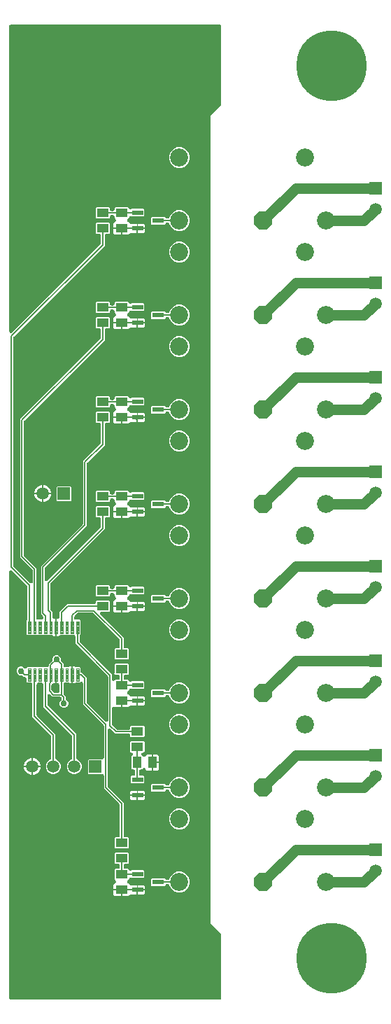
<source format=gtl>
G04 EAGLE Gerber RS-274X export*
G75*
%MOMM*%
%FSLAX34Y34*%
%LPD*%
%INTop Copper*%
%IPPOS*%
%AMOC8*
5,1,8,0,0,1.08239X$1,22.5*%
G01*
G04 Define Apertures*
%ADD10R,1.500000X1.500000*%
%ADD11C,1.500000*%
%ADD12R,1.350000X0.620000*%
%ADD13R,1.420200X1.031200*%
%ADD14C,2.184400*%
%ADD15P,2.36437X8X22.5*%
%ADD16R,1.031200X1.420200*%
%ADD17C,0.102500*%
%ADD18C,8.500000*%
%ADD19C,0.756400*%
%ADD20C,0.152400*%
%ADD21C,0.203200*%
%ADD22C,1.270000*%
G36*
X265461Y10321D02*
X266128Y10778D01*
X266563Y11460D01*
X266700Y12192D01*
X266700Y88058D01*
X266539Y88851D01*
X266105Y89495D01*
X254068Y101532D01*
X254010Y101602D01*
X254010Y101603D01*
X254000Y101701D01*
X254000Y1079403D01*
X254009Y1079494D01*
X254009Y1079495D01*
X254071Y1079571D01*
X266105Y1091605D01*
X266551Y1092279D01*
X266700Y1093042D01*
X266700Y1187808D01*
X266539Y1188601D01*
X266082Y1189268D01*
X265401Y1189703D01*
X264668Y1189840D01*
X12192Y1189840D01*
X11399Y1189679D01*
X10732Y1189222D01*
X10297Y1188541D01*
X10160Y1187808D01*
X10160Y818399D01*
X10321Y817606D01*
X10778Y816939D01*
X11460Y816503D01*
X12257Y816368D01*
X13044Y816554D01*
X13629Y816962D01*
X120309Y923642D01*
X120755Y924316D01*
X120904Y925079D01*
X120904Y934593D01*
X120743Y935386D01*
X120286Y936053D01*
X119605Y936488D01*
X118872Y936625D01*
X115458Y936625D01*
X114565Y937518D01*
X114565Y949092D01*
X115458Y949985D01*
X130922Y949985D01*
X131815Y949092D01*
X131815Y937518D01*
X130922Y936625D01*
X127508Y936625D01*
X126715Y936464D01*
X126048Y936007D01*
X125613Y935326D01*
X125476Y934593D01*
X125476Y922343D01*
X15581Y812448D01*
X15135Y811774D01*
X14986Y811011D01*
X14986Y535189D01*
X15147Y534396D01*
X15581Y533752D01*
X34995Y514338D01*
X35669Y513891D01*
X36464Y513743D01*
X37254Y513916D01*
X37914Y514384D01*
X38339Y515072D01*
X38464Y515775D01*
X38464Y528961D01*
X38303Y529754D01*
X37869Y530398D01*
X23114Y545153D01*
X23114Y712147D01*
X120309Y809342D01*
X120755Y810016D01*
X120904Y810779D01*
X120904Y820293D01*
X120743Y821086D01*
X120286Y821753D01*
X119605Y822188D01*
X118872Y822325D01*
X115458Y822325D01*
X114565Y823218D01*
X114565Y834792D01*
X115458Y835685D01*
X130922Y835685D01*
X131815Y834792D01*
X131815Y823218D01*
X130922Y822325D01*
X127508Y822325D01*
X126715Y822164D01*
X126048Y821707D01*
X125613Y821026D01*
X125476Y820293D01*
X125476Y808043D01*
X28281Y710848D01*
X27835Y710174D01*
X27686Y709411D01*
X27686Y547889D01*
X27847Y547096D01*
X28281Y546452D01*
X43036Y531697D01*
X43036Y471906D01*
X43197Y471113D01*
X43654Y470446D01*
X44336Y470011D01*
X45068Y469874D01*
X49432Y469874D01*
X50225Y470035D01*
X50892Y470492D01*
X51327Y471174D01*
X51464Y471906D01*
X51464Y472781D01*
X51303Y473574D01*
X50869Y474218D01*
X48514Y476573D01*
X48514Y534347D01*
X98719Y584552D01*
X99165Y585226D01*
X99314Y585989D01*
X99314Y661347D01*
X120309Y682342D01*
X120755Y683016D01*
X120904Y683779D01*
X120904Y705993D01*
X120743Y706786D01*
X120286Y707453D01*
X119605Y707888D01*
X118872Y708025D01*
X115458Y708025D01*
X114565Y708918D01*
X114565Y720492D01*
X115458Y721385D01*
X130922Y721385D01*
X131815Y720492D01*
X131815Y708918D01*
X130922Y708025D01*
X127508Y708025D01*
X126715Y707864D01*
X126048Y707407D01*
X125613Y706726D01*
X125476Y705993D01*
X125476Y681043D01*
X104481Y660048D01*
X104035Y659374D01*
X103886Y658611D01*
X103886Y583253D01*
X53681Y533048D01*
X53235Y532374D01*
X53086Y531611D01*
X53086Y518425D01*
X53247Y517632D01*
X53704Y516965D01*
X54386Y516529D01*
X55183Y516394D01*
X55970Y516580D01*
X56555Y516988D01*
X120309Y580742D01*
X120755Y581416D01*
X120904Y582179D01*
X120904Y591693D01*
X120743Y592486D01*
X120286Y593153D01*
X119605Y593588D01*
X118872Y593725D01*
X115458Y593725D01*
X114565Y594618D01*
X114565Y606192D01*
X115458Y607085D01*
X130922Y607085D01*
X131815Y606192D01*
X131815Y594618D01*
X130922Y593725D01*
X127508Y593725D01*
X126715Y593564D01*
X126048Y593107D01*
X125613Y592426D01*
X125476Y591693D01*
X125476Y579443D01*
X60031Y513998D01*
X59585Y513324D01*
X59436Y512561D01*
X59436Y483119D01*
X59597Y482326D01*
X60031Y481682D01*
X62536Y479177D01*
X62536Y472922D01*
X62697Y472129D01*
X63154Y471462D01*
X63836Y471027D01*
X64568Y470890D01*
X65988Y470890D01*
X65988Y450110D01*
X63948Y450110D01*
X63527Y450531D01*
X62853Y450977D01*
X62090Y451126D01*
X57113Y451126D01*
X56968Y451153D01*
X56845Y451126D01*
X50613Y451126D01*
X50468Y451153D01*
X50345Y451126D01*
X44113Y451126D01*
X43968Y451153D01*
X43845Y451126D01*
X37613Y451126D01*
X37468Y451153D01*
X37345Y451126D01*
X31869Y451126D01*
X30676Y452319D01*
X30676Y468681D01*
X31369Y469374D01*
X31815Y470048D01*
X31964Y470811D01*
X31964Y480373D01*
X32004Y480579D01*
X32004Y510021D01*
X31843Y510814D01*
X31409Y511458D01*
X13629Y529238D01*
X12955Y529685D01*
X12160Y529833D01*
X11370Y529660D01*
X10710Y529192D01*
X10285Y528504D01*
X10160Y527801D01*
X10160Y12192D01*
X10321Y11399D01*
X10778Y10732D01*
X11460Y10297D01*
X12192Y10160D01*
X264668Y10160D01*
X265461Y10321D01*
G37*
%LPC*%
G36*
X56556Y1113840D02*
X49903Y1115623D01*
X43937Y1119067D01*
X39067Y1123937D01*
X35623Y1129903D01*
X33840Y1136556D01*
X33840Y1143444D01*
X35623Y1150097D01*
X39067Y1156063D01*
X43937Y1160933D01*
X49903Y1164377D01*
X56556Y1166160D01*
X63444Y1166160D01*
X70097Y1164377D01*
X76063Y1160933D01*
X80933Y1156063D01*
X84377Y1150097D01*
X86160Y1143444D01*
X86160Y1136556D01*
X84377Y1129903D01*
X80933Y1123937D01*
X76063Y1119067D01*
X70097Y1115623D01*
X63444Y1113840D01*
X56556Y1113840D01*
G37*
G36*
X213424Y1016254D02*
X208850Y1018149D01*
X205349Y1021650D01*
X203454Y1026224D01*
X203454Y1031176D01*
X205349Y1035750D01*
X208850Y1039251D01*
X213424Y1041146D01*
X218376Y1041146D01*
X222950Y1039251D01*
X226451Y1035750D01*
X228346Y1031176D01*
X228346Y1026224D01*
X226451Y1021650D01*
X222950Y1018149D01*
X218376Y1016254D01*
X213424Y1016254D01*
G37*
G36*
X146812Y935609D02*
X146812Y944067D01*
X136409Y944067D01*
X136409Y949513D01*
X138017Y951121D01*
X138219Y951162D01*
X138886Y951619D01*
X139321Y952301D01*
X139457Y953098D01*
X139271Y953885D01*
X138863Y954470D01*
X137425Y955908D01*
X137425Y957377D01*
X137264Y958170D01*
X136807Y958837D01*
X136126Y959272D01*
X135393Y959409D01*
X133847Y959409D01*
X133054Y959248D01*
X132387Y958791D01*
X131952Y958110D01*
X131815Y957377D01*
X131815Y955908D01*
X130922Y955015D01*
X115458Y955015D01*
X114565Y955908D01*
X114565Y967482D01*
X115458Y968375D01*
X130922Y968375D01*
X131815Y967482D01*
X131815Y966013D01*
X131976Y965220D01*
X132433Y964553D01*
X133115Y964118D01*
X133847Y963981D01*
X135393Y963981D01*
X136186Y964142D01*
X136853Y964599D01*
X137288Y965281D01*
X137425Y966013D01*
X137425Y967482D01*
X138318Y968375D01*
X153782Y968375D01*
X155270Y966887D01*
X155273Y966890D01*
X155293Y966860D01*
X155975Y966425D01*
X156772Y966289D01*
X157559Y966475D01*
X157772Y966624D01*
X172647Y966624D01*
X173540Y965731D01*
X173540Y958269D01*
X172647Y957376D01*
X157753Y957376D01*
X157470Y957564D01*
X156675Y957712D01*
X155885Y957538D01*
X155225Y957070D01*
X154800Y956382D01*
X154724Y955957D01*
X153237Y954470D01*
X152790Y953796D01*
X152642Y953001D01*
X152816Y952211D01*
X153284Y951551D01*
X153972Y951126D01*
X154101Y951103D01*
X155969Y949235D01*
X156643Y948789D01*
X157406Y948640D01*
X164504Y948640D01*
X164504Y937360D01*
X156796Y937360D01*
X156003Y937199D01*
X155359Y936765D01*
X154203Y935609D01*
X146812Y935609D01*
G37*
G36*
X213424Y940054D02*
X208850Y941949D01*
X205349Y945450D01*
X204000Y948706D01*
X203548Y949376D01*
X202871Y949817D01*
X202123Y949960D01*
X200640Y949960D01*
X199847Y949799D01*
X199207Y949360D01*
X199203Y949364D01*
X199182Y949343D01*
X199180Y949342D01*
X199179Y949340D01*
X197715Y947876D01*
X182953Y947876D01*
X182060Y948769D01*
X182060Y956231D01*
X182953Y957124D01*
X197715Y957124D01*
X199203Y955636D01*
X199207Y955640D01*
X199226Y955612D01*
X199908Y955177D01*
X200640Y955040D01*
X202123Y955040D01*
X202915Y955201D01*
X203582Y955658D01*
X204000Y956294D01*
X205349Y959550D01*
X208850Y963051D01*
X213424Y964946D01*
X218376Y964946D01*
X222950Y963051D01*
X226451Y959550D01*
X228346Y954976D01*
X228346Y950024D01*
X226451Y945450D01*
X222950Y941949D01*
X218376Y940054D01*
X213424Y940054D01*
G37*
G36*
X166028Y943762D02*
X166028Y948640D01*
X173068Y948640D01*
X174556Y947152D01*
X174556Y943762D01*
X166028Y943762D01*
G37*
G36*
X137897Y935609D02*
X136409Y937097D01*
X136409Y942543D01*
X145288Y942543D01*
X145288Y935609D01*
X137897Y935609D01*
G37*
G36*
X166028Y937360D02*
X166028Y942238D01*
X174556Y942238D01*
X174556Y938848D01*
X173068Y937360D01*
X166028Y937360D01*
G37*
G36*
X213424Y901954D02*
X208850Y903849D01*
X205349Y907350D01*
X203454Y911924D01*
X203454Y916876D01*
X205349Y921450D01*
X208850Y924951D01*
X213424Y926846D01*
X218376Y926846D01*
X222950Y924951D01*
X226451Y921450D01*
X228346Y916876D01*
X228346Y911924D01*
X226451Y907350D01*
X222950Y903849D01*
X218376Y901954D01*
X213424Y901954D01*
G37*
G36*
X146812Y821309D02*
X146812Y829767D01*
X136409Y829767D01*
X136409Y835213D01*
X138017Y836821D01*
X138219Y836862D01*
X138886Y837319D01*
X139321Y838001D01*
X139457Y838798D01*
X139271Y839585D01*
X138863Y840170D01*
X137425Y841608D01*
X137425Y843077D01*
X137264Y843870D01*
X136807Y844537D01*
X136126Y844972D01*
X135393Y845109D01*
X133847Y845109D01*
X133054Y844948D01*
X132387Y844491D01*
X131952Y843810D01*
X131815Y843077D01*
X131815Y841608D01*
X130922Y840715D01*
X115458Y840715D01*
X114565Y841608D01*
X114565Y853182D01*
X115458Y854075D01*
X130922Y854075D01*
X131815Y853182D01*
X131815Y851713D01*
X131976Y850920D01*
X132433Y850253D01*
X133115Y849818D01*
X133847Y849681D01*
X135393Y849681D01*
X136186Y849842D01*
X136853Y850299D01*
X137288Y850981D01*
X137425Y851713D01*
X137425Y853182D01*
X138318Y854075D01*
X153782Y854075D01*
X155270Y852587D01*
X155273Y852590D01*
X155293Y852560D01*
X155975Y852125D01*
X156772Y851989D01*
X157559Y852175D01*
X157772Y852324D01*
X172647Y852324D01*
X173540Y851431D01*
X173540Y843969D01*
X172647Y843076D01*
X157753Y843076D01*
X157470Y843264D01*
X156675Y843412D01*
X155885Y843238D01*
X155225Y842770D01*
X154800Y842082D01*
X154724Y841657D01*
X153237Y840170D01*
X152790Y839496D01*
X152642Y838701D01*
X152816Y837911D01*
X153284Y837251D01*
X153972Y836826D01*
X154101Y836803D01*
X155969Y834935D01*
X156643Y834489D01*
X157406Y834340D01*
X164504Y834340D01*
X164504Y823060D01*
X156796Y823060D01*
X156003Y822899D01*
X155359Y822465D01*
X154203Y821309D01*
X146812Y821309D01*
G37*
G36*
X213424Y825754D02*
X208850Y827649D01*
X205349Y831150D01*
X204000Y834406D01*
X203548Y835076D01*
X202871Y835517D01*
X202123Y835660D01*
X200640Y835660D01*
X199847Y835499D01*
X199207Y835060D01*
X199203Y835064D01*
X199182Y835043D01*
X199180Y835042D01*
X199179Y835040D01*
X197715Y833576D01*
X182953Y833576D01*
X182060Y834469D01*
X182060Y841931D01*
X182953Y842824D01*
X197715Y842824D01*
X199203Y841336D01*
X199207Y841340D01*
X199226Y841312D01*
X199908Y840877D01*
X200640Y840740D01*
X202123Y840740D01*
X202915Y840901D01*
X203582Y841358D01*
X204000Y841994D01*
X205349Y845250D01*
X208850Y848751D01*
X213424Y850646D01*
X218376Y850646D01*
X222950Y848751D01*
X226451Y845250D01*
X228346Y840676D01*
X228346Y835724D01*
X226451Y831150D01*
X222950Y827649D01*
X218376Y825754D01*
X213424Y825754D01*
G37*
G36*
X166028Y829462D02*
X166028Y834340D01*
X173068Y834340D01*
X174556Y832852D01*
X174556Y829462D01*
X166028Y829462D01*
G37*
G36*
X137897Y821309D02*
X136409Y822797D01*
X136409Y828243D01*
X145288Y828243D01*
X145288Y821309D01*
X137897Y821309D01*
G37*
G36*
X166028Y823060D02*
X166028Y827938D01*
X174556Y827938D01*
X174556Y824548D01*
X173068Y823060D01*
X166028Y823060D01*
G37*
G36*
X213424Y787654D02*
X208850Y789549D01*
X205349Y793050D01*
X203454Y797624D01*
X203454Y802576D01*
X205349Y807150D01*
X208850Y810651D01*
X213424Y812546D01*
X218376Y812546D01*
X222950Y810651D01*
X226451Y807150D01*
X228346Y802576D01*
X228346Y797624D01*
X226451Y793050D01*
X222950Y789549D01*
X218376Y787654D01*
X213424Y787654D01*
G37*
G36*
X146812Y707009D02*
X146812Y715467D01*
X136409Y715467D01*
X136409Y720913D01*
X138017Y722521D01*
X138219Y722562D01*
X138886Y723019D01*
X139321Y723701D01*
X139457Y724498D01*
X139271Y725285D01*
X138863Y725870D01*
X137425Y727308D01*
X137425Y728777D01*
X137264Y729570D01*
X136807Y730237D01*
X136126Y730672D01*
X135393Y730809D01*
X133847Y730809D01*
X133054Y730648D01*
X132387Y730191D01*
X131952Y729510D01*
X131815Y728777D01*
X131815Y727308D01*
X130922Y726415D01*
X115458Y726415D01*
X114565Y727308D01*
X114565Y738882D01*
X115458Y739775D01*
X130922Y739775D01*
X131815Y738882D01*
X131815Y737413D01*
X131976Y736620D01*
X132433Y735953D01*
X133115Y735518D01*
X133847Y735381D01*
X135393Y735381D01*
X136186Y735542D01*
X136853Y735999D01*
X137288Y736681D01*
X137425Y737413D01*
X137425Y738882D01*
X138318Y739775D01*
X153782Y739775D01*
X155270Y738287D01*
X155273Y738290D01*
X155293Y738260D01*
X155975Y737825D01*
X156772Y737689D01*
X157559Y737875D01*
X157772Y738024D01*
X172647Y738024D01*
X173540Y737131D01*
X173540Y729669D01*
X172647Y728776D01*
X157753Y728776D01*
X157470Y728964D01*
X156675Y729112D01*
X155885Y728938D01*
X155225Y728470D01*
X154800Y727782D01*
X154724Y727357D01*
X153237Y725870D01*
X152790Y725196D01*
X152642Y724401D01*
X152816Y723611D01*
X153284Y722951D01*
X153972Y722526D01*
X154101Y722503D01*
X155969Y720635D01*
X156643Y720189D01*
X157406Y720040D01*
X164504Y720040D01*
X164504Y708760D01*
X156796Y708760D01*
X156003Y708599D01*
X155359Y708165D01*
X154203Y707009D01*
X146812Y707009D01*
G37*
G36*
X213424Y711454D02*
X208850Y713349D01*
X205349Y716850D01*
X204000Y720106D01*
X203548Y720776D01*
X202871Y721217D01*
X202123Y721360D01*
X200640Y721360D01*
X199847Y721199D01*
X199207Y720760D01*
X199203Y720764D01*
X199182Y720743D01*
X199180Y720742D01*
X199179Y720740D01*
X197715Y719276D01*
X182953Y719276D01*
X182060Y720169D01*
X182060Y727631D01*
X182953Y728524D01*
X197715Y728524D01*
X199203Y727036D01*
X199207Y727040D01*
X199226Y727012D01*
X199908Y726577D01*
X200640Y726440D01*
X202123Y726440D01*
X202915Y726601D01*
X203582Y727058D01*
X204000Y727694D01*
X205349Y730950D01*
X208850Y734451D01*
X213424Y736346D01*
X218376Y736346D01*
X222950Y734451D01*
X226451Y730950D01*
X228346Y726376D01*
X228346Y721424D01*
X226451Y716850D01*
X222950Y713349D01*
X218376Y711454D01*
X213424Y711454D01*
G37*
G36*
X166028Y715162D02*
X166028Y720040D01*
X173068Y720040D01*
X174556Y718552D01*
X174556Y715162D01*
X166028Y715162D01*
G37*
G36*
X137897Y707009D02*
X136409Y708497D01*
X136409Y713943D01*
X145288Y713943D01*
X145288Y707009D01*
X137897Y707009D01*
G37*
G36*
X166028Y708760D02*
X166028Y713638D01*
X174556Y713638D01*
X174556Y710248D01*
X173068Y708760D01*
X166028Y708760D01*
G37*
G36*
X213424Y673354D02*
X208850Y675249D01*
X205349Y678750D01*
X203454Y683324D01*
X203454Y688276D01*
X205349Y692850D01*
X208850Y696351D01*
X213424Y698246D01*
X218376Y698246D01*
X222950Y696351D01*
X226451Y692850D01*
X228346Y688276D01*
X228346Y683324D01*
X226451Y678750D01*
X222950Y675249D01*
X218376Y673354D01*
X213424Y673354D01*
G37*
G36*
X40760Y623062D02*
X40760Y624297D01*
X42288Y627987D01*
X45113Y630812D01*
X48803Y632340D01*
X50038Y632340D01*
X50038Y623062D01*
X40760Y623062D01*
G37*
G36*
X51562Y623062D02*
X51562Y632340D01*
X52797Y632340D01*
X56487Y630812D01*
X59312Y627987D01*
X60840Y624297D01*
X60840Y623062D01*
X51562Y623062D01*
G37*
G36*
X68069Y613276D02*
X67176Y614169D01*
X67176Y630431D01*
X68069Y631324D01*
X84331Y631324D01*
X85224Y630431D01*
X85224Y614169D01*
X84331Y613276D01*
X68069Y613276D01*
G37*
G36*
X146812Y592709D02*
X146812Y601167D01*
X136409Y601167D01*
X136409Y606613D01*
X138017Y608221D01*
X138219Y608262D01*
X138886Y608719D01*
X139321Y609401D01*
X139457Y610198D01*
X139271Y610985D01*
X138863Y611570D01*
X137425Y613008D01*
X137425Y614477D01*
X137264Y615270D01*
X136807Y615937D01*
X136126Y616372D01*
X135393Y616509D01*
X133847Y616509D01*
X133054Y616348D01*
X132387Y615891D01*
X131952Y615210D01*
X131815Y614477D01*
X131815Y613008D01*
X130922Y612115D01*
X115458Y612115D01*
X114565Y613008D01*
X114565Y624582D01*
X115458Y625475D01*
X130922Y625475D01*
X131815Y624582D01*
X131815Y623113D01*
X131976Y622320D01*
X132433Y621653D01*
X133115Y621218D01*
X133847Y621081D01*
X135393Y621081D01*
X136186Y621242D01*
X136853Y621699D01*
X137288Y622381D01*
X137425Y623113D01*
X137425Y624582D01*
X138318Y625475D01*
X153782Y625475D01*
X155270Y623987D01*
X155273Y623990D01*
X155293Y623960D01*
X155975Y623525D01*
X156772Y623389D01*
X157559Y623575D01*
X157772Y623724D01*
X172647Y623724D01*
X173540Y622831D01*
X173540Y615369D01*
X172647Y614476D01*
X157753Y614476D01*
X157470Y614664D01*
X156675Y614812D01*
X155885Y614638D01*
X155225Y614170D01*
X154800Y613482D01*
X154724Y613057D01*
X153237Y611570D01*
X152790Y610896D01*
X152642Y610101D01*
X152816Y609311D01*
X153284Y608651D01*
X153972Y608226D01*
X154101Y608203D01*
X155969Y606335D01*
X156643Y605889D01*
X157406Y605740D01*
X164504Y605740D01*
X164504Y594460D01*
X156796Y594460D01*
X156003Y594299D01*
X155359Y593865D01*
X154203Y592709D01*
X146812Y592709D01*
G37*
G36*
X213424Y597154D02*
X208850Y599049D01*
X205349Y602550D01*
X204000Y605806D01*
X203548Y606476D01*
X202871Y606917D01*
X202123Y607060D01*
X200640Y607060D01*
X199847Y606899D01*
X199207Y606460D01*
X199203Y606464D01*
X199182Y606443D01*
X199180Y606442D01*
X199179Y606440D01*
X197715Y604976D01*
X182953Y604976D01*
X182060Y605869D01*
X182060Y613331D01*
X182953Y614224D01*
X197715Y614224D01*
X199203Y612736D01*
X199207Y612740D01*
X199226Y612712D01*
X199908Y612277D01*
X200640Y612140D01*
X202123Y612140D01*
X202915Y612301D01*
X203582Y612758D01*
X204000Y613394D01*
X205349Y616650D01*
X208850Y620151D01*
X213424Y622046D01*
X218376Y622046D01*
X222950Y620151D01*
X226451Y616650D01*
X228346Y612076D01*
X228346Y607124D01*
X226451Y602550D01*
X222950Y599049D01*
X218376Y597154D01*
X213424Y597154D01*
G37*
G36*
X48803Y612260D02*
X45113Y613788D01*
X42288Y616613D01*
X40760Y620303D01*
X40760Y621538D01*
X50038Y621538D01*
X50038Y612260D01*
X48803Y612260D01*
G37*
G36*
X51562Y612260D02*
X51562Y621538D01*
X60840Y621538D01*
X60840Y620303D01*
X59312Y616613D01*
X56487Y613788D01*
X52797Y612260D01*
X51562Y612260D01*
G37*
G36*
X166028Y600862D02*
X166028Y605740D01*
X173068Y605740D01*
X174556Y604252D01*
X174556Y600862D01*
X166028Y600862D01*
G37*
G36*
X137897Y592709D02*
X136409Y594197D01*
X136409Y599643D01*
X145288Y599643D01*
X145288Y592709D01*
X137897Y592709D01*
G37*
G36*
X166028Y594460D02*
X166028Y599338D01*
X174556Y599338D01*
X174556Y595948D01*
X173068Y594460D01*
X166028Y594460D01*
G37*
G36*
X213424Y559054D02*
X208850Y560949D01*
X205349Y564450D01*
X203454Y569024D01*
X203454Y573976D01*
X205349Y578550D01*
X208850Y582051D01*
X213424Y583946D01*
X218376Y583946D01*
X222950Y582051D01*
X226451Y578550D01*
X228346Y573976D01*
X228346Y569024D01*
X226451Y564450D01*
X222950Y560949D01*
X218376Y559054D01*
X213424Y559054D01*
G37*
G36*
X146812Y478409D02*
X146812Y486867D01*
X136409Y486867D01*
X136409Y492313D01*
X138017Y493921D01*
X138219Y493962D01*
X138886Y494419D01*
X139321Y495101D01*
X139457Y495898D01*
X139271Y496685D01*
X138863Y497270D01*
X137425Y498708D01*
X137425Y500177D01*
X137264Y500970D01*
X136807Y501637D01*
X136126Y502072D01*
X135393Y502209D01*
X133847Y502209D01*
X133054Y502048D01*
X132387Y501591D01*
X131952Y500910D01*
X131815Y500177D01*
X131815Y498708D01*
X130922Y497815D01*
X115458Y497815D01*
X114565Y498708D01*
X114565Y510282D01*
X115458Y511175D01*
X130922Y511175D01*
X131815Y510282D01*
X131815Y508813D01*
X131976Y508020D01*
X132433Y507353D01*
X133115Y506918D01*
X133847Y506781D01*
X135393Y506781D01*
X136186Y506942D01*
X136853Y507399D01*
X137288Y508081D01*
X137425Y508813D01*
X137425Y510282D01*
X138318Y511175D01*
X153782Y511175D01*
X155270Y509687D01*
X155273Y509690D01*
X155293Y509660D01*
X155975Y509225D01*
X156772Y509089D01*
X157559Y509275D01*
X157772Y509424D01*
X172647Y509424D01*
X173540Y508531D01*
X173540Y501069D01*
X172647Y500176D01*
X157753Y500176D01*
X157470Y500364D01*
X156675Y500512D01*
X155885Y500338D01*
X155225Y499870D01*
X154800Y499182D01*
X154724Y498757D01*
X153237Y497270D01*
X152790Y496596D01*
X152642Y495801D01*
X152816Y495011D01*
X153284Y494351D01*
X153972Y493926D01*
X154101Y493903D01*
X155969Y492035D01*
X156643Y491589D01*
X157406Y491440D01*
X164504Y491440D01*
X164504Y480160D01*
X156796Y480160D01*
X156003Y479999D01*
X155359Y479565D01*
X154203Y478409D01*
X146812Y478409D01*
G37*
G36*
X213424Y482854D02*
X208850Y484749D01*
X205349Y488250D01*
X204000Y491506D01*
X203548Y492176D01*
X202871Y492617D01*
X202123Y492760D01*
X200640Y492760D01*
X199847Y492599D01*
X199207Y492160D01*
X199203Y492164D01*
X199182Y492143D01*
X199180Y492142D01*
X199179Y492140D01*
X197715Y490676D01*
X182953Y490676D01*
X182060Y491569D01*
X182060Y499031D01*
X182953Y499924D01*
X197715Y499924D01*
X199203Y498436D01*
X199207Y498440D01*
X199226Y498412D01*
X199908Y497977D01*
X200640Y497840D01*
X202123Y497840D01*
X202915Y498001D01*
X203582Y498458D01*
X204000Y499094D01*
X205349Y502350D01*
X208850Y505851D01*
X213424Y507746D01*
X218376Y507746D01*
X222950Y505851D01*
X226451Y502350D01*
X228346Y497776D01*
X228346Y492824D01*
X226451Y488250D01*
X222950Y484749D01*
X218376Y482854D01*
X213424Y482854D01*
G37*
G36*
X138318Y193015D02*
X137425Y193908D01*
X137425Y205482D01*
X138318Y206375D01*
X141732Y206375D01*
X142525Y206536D01*
X143192Y206993D01*
X143627Y207675D01*
X143764Y208407D01*
X143764Y245861D01*
X143603Y246654D01*
X143169Y247298D01*
X124714Y265753D01*
X124714Y281044D01*
X124553Y281837D01*
X124096Y282504D01*
X123415Y282939D01*
X122682Y283076D01*
X106169Y283076D01*
X105276Y283969D01*
X105276Y300231D01*
X106169Y301124D01*
X122682Y301124D01*
X123475Y301285D01*
X124142Y301742D01*
X124577Y302424D01*
X124714Y303156D01*
X124714Y341111D01*
X124553Y341904D01*
X124119Y342548D01*
X99314Y367353D01*
X99314Y393003D01*
X99153Y393796D01*
X98696Y394463D01*
X98015Y394899D01*
X97217Y395034D01*
X96430Y394848D01*
X95845Y394440D01*
X95131Y393726D01*
X90910Y393726D01*
X90117Y393565D01*
X89473Y393131D01*
X89052Y392710D01*
X87012Y392710D01*
X87012Y413490D01*
X89052Y413490D01*
X89473Y413069D01*
X90147Y412623D01*
X90910Y412474D01*
X95131Y412474D01*
X96324Y411281D01*
X96324Y407418D01*
X96485Y406625D01*
X96942Y405958D01*
X97624Y405523D01*
X98197Y405416D01*
X103886Y399727D01*
X103886Y370089D01*
X104047Y369296D01*
X104481Y368652D01*
X126325Y346808D01*
X126999Y346361D01*
X127794Y346213D01*
X128584Y346386D01*
X129244Y346854D01*
X129669Y347542D01*
X129794Y348245D01*
X129794Y400801D01*
X129633Y401594D01*
X129199Y402238D01*
X90424Y441013D01*
X90424Y449094D01*
X90263Y449887D01*
X89806Y450554D01*
X89125Y450989D01*
X88392Y451126D01*
X83113Y451126D01*
X82968Y451153D01*
X82845Y451126D01*
X76613Y451126D01*
X76468Y451153D01*
X76345Y451126D01*
X71410Y451126D01*
X70617Y450965D01*
X69973Y450531D01*
X69552Y450110D01*
X67512Y450110D01*
X67512Y470890D01*
X68932Y470890D01*
X69725Y471051D01*
X70392Y471508D01*
X70827Y472190D01*
X70964Y472922D01*
X70964Y479327D01*
X80028Y488391D01*
X112533Y488391D01*
X113326Y488552D01*
X113993Y489009D01*
X114428Y489691D01*
X114565Y490423D01*
X114565Y491892D01*
X115458Y492785D01*
X130922Y492785D01*
X131815Y491892D01*
X131815Y480318D01*
X130922Y479425D01*
X121804Y479425D01*
X121011Y479264D01*
X120344Y478807D01*
X119908Y478126D01*
X119773Y477328D01*
X119959Y476541D01*
X120367Y475956D01*
X148336Y447987D01*
X148336Y437007D01*
X148497Y436214D01*
X148954Y435547D01*
X149636Y435112D01*
X150368Y434975D01*
X153782Y434975D01*
X154675Y434082D01*
X154675Y422508D01*
X153782Y421615D01*
X138318Y421615D01*
X137425Y422508D01*
X137425Y434082D01*
X138318Y434975D01*
X141732Y434975D01*
X142525Y435136D01*
X143192Y435593D01*
X143627Y436275D01*
X143764Y437007D01*
X143764Y445251D01*
X143603Y446044D01*
X143169Y446688D01*
X112170Y477687D01*
X111496Y478133D01*
X110733Y478282D01*
X93737Y478282D01*
X92944Y478121D01*
X92300Y477687D01*
X89131Y474518D01*
X88685Y473844D01*
X88536Y473081D01*
X88536Y471906D01*
X88697Y471113D01*
X89154Y470446D01*
X89836Y470011D01*
X90568Y469874D01*
X95131Y469874D01*
X96324Y468681D01*
X96324Y452319D01*
X95591Y451586D01*
X95145Y450912D01*
X94996Y450149D01*
X94996Y443749D01*
X95157Y442956D01*
X95591Y442312D01*
X133956Y403947D01*
X134630Y403500D01*
X134797Y403469D01*
X134491Y402973D01*
X134366Y402271D01*
X134366Y397829D01*
X134527Y397036D01*
X134984Y396369D01*
X135666Y395934D01*
X136463Y395798D01*
X137250Y395984D01*
X137835Y396392D01*
X138318Y396875D01*
X141732Y396875D01*
X142525Y397036D01*
X143192Y397493D01*
X143627Y398175D01*
X143764Y398907D01*
X143764Y401193D01*
X143603Y401986D01*
X143146Y402653D01*
X142465Y403088D01*
X141732Y403225D01*
X138318Y403225D01*
X137835Y403708D01*
X137161Y404155D01*
X136994Y404186D01*
X137300Y404681D01*
X137425Y405384D01*
X137425Y415692D01*
X138318Y416585D01*
X153782Y416585D01*
X154675Y415692D01*
X154675Y404118D01*
X153782Y403225D01*
X150368Y403225D01*
X149575Y403064D01*
X148908Y402607D01*
X148473Y401926D01*
X148336Y401193D01*
X148336Y398907D01*
X148497Y398114D01*
X148954Y397447D01*
X149636Y397012D01*
X150368Y396875D01*
X153782Y396875D01*
X155270Y395387D01*
X155273Y395390D01*
X155293Y395360D01*
X155975Y394925D01*
X156772Y394789D01*
X157559Y394975D01*
X157772Y395124D01*
X172647Y395124D01*
X173540Y394231D01*
X173540Y386769D01*
X172647Y385876D01*
X157753Y385876D01*
X157470Y386064D01*
X156675Y386212D01*
X155885Y386038D01*
X155225Y385570D01*
X154800Y384882D01*
X154724Y384457D01*
X153237Y382970D01*
X152790Y382296D01*
X152642Y381501D01*
X152816Y380711D01*
X153284Y380051D01*
X153972Y379626D01*
X154101Y379603D01*
X155969Y377735D01*
X156643Y377289D01*
X157406Y377140D01*
X164504Y377140D01*
X164504Y365860D01*
X156796Y365860D01*
X156003Y365699D01*
X155359Y365265D01*
X154203Y364109D01*
X146812Y364109D01*
X146812Y372567D01*
X145288Y372567D01*
X145288Y364109D01*
X137897Y364109D01*
X137835Y364171D01*
X137161Y364618D01*
X136366Y364766D01*
X135576Y364592D01*
X134916Y364125D01*
X134491Y363436D01*
X134366Y362734D01*
X134366Y343419D01*
X134527Y342626D01*
X134961Y341982D01*
X139747Y337196D01*
X140421Y336750D01*
X141184Y336601D01*
X154443Y336601D01*
X155236Y336762D01*
X155903Y337219D01*
X156338Y337901D01*
X156475Y338633D01*
X156475Y340102D01*
X157368Y340995D01*
X172832Y340995D01*
X173725Y340102D01*
X173725Y328528D01*
X172832Y327635D01*
X157368Y327635D01*
X156475Y328528D01*
X156475Y329997D01*
X156314Y330790D01*
X155857Y331457D01*
X155176Y331892D01*
X154443Y332029D01*
X138448Y332029D01*
X132755Y337722D01*
X132081Y338169D01*
X131286Y338317D01*
X130496Y338144D01*
X129836Y337676D01*
X129411Y336988D01*
X129286Y336285D01*
X129286Y268489D01*
X129447Y267696D01*
X129881Y267052D01*
X148336Y248597D01*
X148336Y208407D01*
X148497Y207614D01*
X148954Y206947D01*
X149636Y206512D01*
X150368Y206375D01*
X153782Y206375D01*
X154675Y205482D01*
X154675Y193908D01*
X153782Y193015D01*
X138318Y193015D01*
G37*
G36*
X166028Y486562D02*
X166028Y491440D01*
X173068Y491440D01*
X174556Y489952D01*
X174556Y486562D01*
X166028Y486562D01*
G37*
G36*
X137897Y478409D02*
X136409Y479897D01*
X136409Y485343D01*
X145288Y485343D01*
X145288Y478409D01*
X137897Y478409D01*
G37*
G36*
X166028Y480160D02*
X166028Y485038D01*
X174556Y485038D01*
X174556Y481648D01*
X173068Y480160D01*
X166028Y480160D01*
G37*
G36*
X213424Y444754D02*
X208850Y446649D01*
X205349Y450150D01*
X203454Y454724D01*
X203454Y459676D01*
X205349Y464250D01*
X208850Y467751D01*
X213424Y469646D01*
X218376Y469646D01*
X222950Y467751D01*
X226451Y464250D01*
X228346Y459676D01*
X228346Y454724D01*
X226451Y450150D01*
X222950Y446649D01*
X218376Y444754D01*
X213424Y444754D01*
G37*
G36*
X61705Y283076D02*
X58388Y284450D01*
X55850Y286988D01*
X54476Y290305D01*
X54476Y293895D01*
X55850Y297212D01*
X58388Y299750D01*
X59706Y300296D01*
X60376Y300748D01*
X60817Y301426D01*
X60960Y302173D01*
X60960Y328306D01*
X60799Y329099D01*
X60365Y329743D01*
X38210Y351898D01*
X38210Y391694D01*
X38049Y392487D01*
X37592Y393154D01*
X36911Y393589D01*
X36178Y393726D01*
X31869Y393726D01*
X30676Y394919D01*
X30676Y398528D01*
X30515Y399321D01*
X30058Y399988D01*
X29377Y400423D01*
X28644Y400560D01*
X27648Y400560D01*
X26439Y401769D01*
X25765Y402215D01*
X25002Y402364D01*
X23075Y402364D01*
X21124Y403172D01*
X19632Y404664D01*
X18824Y406615D01*
X18824Y408725D01*
X19632Y410676D01*
X21124Y412168D01*
X23075Y412976D01*
X25185Y412976D01*
X27136Y412168D01*
X27913Y411391D01*
X28587Y410945D01*
X29382Y410796D01*
X30172Y410970D01*
X30786Y411391D01*
X31869Y412474D01*
X37387Y412474D01*
X37532Y412447D01*
X37655Y412474D01*
X43887Y412474D01*
X44032Y412447D01*
X44155Y412474D01*
X50387Y412474D01*
X50532Y412447D01*
X50655Y412474D01*
X55932Y412474D01*
X56725Y412635D01*
X57392Y413092D01*
X57827Y413774D01*
X57964Y414506D01*
X57964Y415527D01*
X61409Y418972D01*
X61855Y419646D01*
X62004Y420409D01*
X62004Y422695D01*
X62812Y424646D01*
X64304Y426138D01*
X66255Y426946D01*
X68365Y426946D01*
X70316Y426138D01*
X71808Y424646D01*
X72616Y422695D01*
X72616Y420409D01*
X72777Y419616D01*
X73211Y418972D01*
X75536Y416647D01*
X75536Y414506D01*
X75697Y413713D01*
X76154Y413046D01*
X76836Y412611D01*
X77568Y412474D01*
X81590Y412474D01*
X82383Y412635D01*
X83027Y413069D01*
X83448Y413490D01*
X85488Y413490D01*
X85488Y392710D01*
X83448Y392710D01*
X83027Y393131D01*
X82353Y393577D01*
X81590Y393726D01*
X77568Y393726D01*
X76775Y393565D01*
X76108Y393108D01*
X75673Y392427D01*
X75536Y391694D01*
X75536Y380659D01*
X75697Y379866D01*
X76131Y379222D01*
X78486Y376867D01*
X78486Y374360D01*
X78647Y373567D01*
X79081Y372923D01*
X80698Y371306D01*
X81506Y369355D01*
X81506Y367245D01*
X80698Y365294D01*
X79206Y363802D01*
X77255Y362994D01*
X75145Y362994D01*
X73194Y363802D01*
X71702Y365294D01*
X70894Y367245D01*
X70894Y369355D01*
X71702Y371306D01*
X73205Y372809D01*
X73651Y373483D01*
X73800Y374278D01*
X73626Y375068D01*
X73205Y375682D01*
X72898Y375989D01*
X72224Y376435D01*
X71461Y376584D01*
X62452Y376584D01*
X59759Y379277D01*
X59085Y379723D01*
X58290Y379872D01*
X57500Y379698D01*
X56840Y379230D01*
X56415Y378542D01*
X56290Y377840D01*
X56290Y367244D01*
X56451Y366451D01*
X56885Y365807D01*
X91440Y331252D01*
X91440Y302173D01*
X91601Y301381D01*
X92058Y300714D01*
X92694Y300296D01*
X94012Y299750D01*
X96550Y297212D01*
X97924Y293895D01*
X97924Y290305D01*
X96550Y286988D01*
X94012Y284450D01*
X90695Y283076D01*
X87105Y283076D01*
X83788Y284450D01*
X81250Y286988D01*
X79876Y290305D01*
X79876Y293895D01*
X81250Y297212D01*
X83788Y299750D01*
X85106Y300296D01*
X85776Y300748D01*
X86217Y301426D01*
X86360Y302173D01*
X86360Y328306D01*
X86199Y329099D01*
X85765Y329743D01*
X51210Y364298D01*
X51210Y391694D01*
X51049Y392487D01*
X50592Y393154D01*
X49911Y393589D01*
X49178Y393726D01*
X45322Y393726D01*
X44529Y393565D01*
X43862Y393108D01*
X43427Y392427D01*
X43290Y391694D01*
X43290Y354844D01*
X43451Y354051D01*
X43885Y353407D01*
X66040Y331252D01*
X66040Y302173D01*
X66201Y301381D01*
X66658Y300714D01*
X67294Y300296D01*
X68612Y299750D01*
X71150Y297212D01*
X72524Y293895D01*
X72524Y290305D01*
X71150Y286988D01*
X68612Y284450D01*
X65295Y283076D01*
X61705Y283076D01*
G37*
G36*
X213424Y368554D02*
X208850Y370449D01*
X205349Y373950D01*
X204000Y377206D01*
X203548Y377876D01*
X202871Y378317D01*
X202123Y378460D01*
X200640Y378460D01*
X199847Y378299D01*
X199207Y377860D01*
X199203Y377864D01*
X199182Y377843D01*
X199180Y377842D01*
X199179Y377840D01*
X197715Y376376D01*
X182953Y376376D01*
X182060Y377269D01*
X182060Y384731D01*
X182953Y385624D01*
X197715Y385624D01*
X199203Y384136D01*
X199207Y384140D01*
X199226Y384112D01*
X199908Y383677D01*
X200640Y383540D01*
X202123Y383540D01*
X202915Y383701D01*
X203582Y384158D01*
X204000Y384794D01*
X205349Y388050D01*
X208850Y391551D01*
X213424Y393446D01*
X218376Y393446D01*
X222950Y391551D01*
X226451Y388050D01*
X228346Y383476D01*
X228346Y378524D01*
X226451Y373950D01*
X222950Y370449D01*
X218376Y368554D01*
X213424Y368554D01*
G37*
G36*
X166028Y372262D02*
X166028Y377140D01*
X173068Y377140D01*
X174556Y375652D01*
X174556Y372262D01*
X166028Y372262D01*
G37*
G36*
X166028Y365860D02*
X166028Y370738D01*
X174556Y370738D01*
X174556Y367348D01*
X173068Y365860D01*
X166028Y365860D01*
G37*
G36*
X213424Y330454D02*
X208850Y332349D01*
X205349Y335850D01*
X203454Y340424D01*
X203454Y345376D01*
X205349Y349950D01*
X208850Y353451D01*
X213424Y355346D01*
X218376Y355346D01*
X222950Y353451D01*
X226451Y349950D01*
X228346Y345376D01*
X228346Y340424D01*
X226451Y335850D01*
X222950Y332349D01*
X218376Y330454D01*
X213424Y330454D01*
G37*
G36*
X157885Y271576D02*
X156992Y272469D01*
X156992Y279931D01*
X157885Y280824D01*
X160477Y280824D01*
X161270Y280985D01*
X161937Y281442D01*
X162372Y282124D01*
X162509Y282856D01*
X162509Y286523D01*
X162348Y287316D01*
X161891Y287983D01*
X161210Y288418D01*
X160477Y288555D01*
X159008Y288555D01*
X158115Y289448D01*
X158115Y304912D01*
X158979Y305776D01*
X159426Y306450D01*
X159574Y307245D01*
X159400Y308035D01*
X158932Y308695D01*
X158244Y309120D01*
X157542Y309245D01*
X157368Y309245D01*
X156475Y310138D01*
X156475Y321712D01*
X157368Y322605D01*
X172832Y322605D01*
X173725Y321712D01*
X173725Y310138D01*
X172832Y309245D01*
X172048Y309245D01*
X171255Y309084D01*
X170588Y308627D01*
X170153Y307946D01*
X170017Y307148D01*
X170203Y306361D01*
X170611Y305776D01*
X172020Y304367D01*
X172694Y303920D01*
X173489Y303772D01*
X174279Y303946D01*
X174939Y304414D01*
X175364Y305102D01*
X175387Y305231D01*
X176977Y306821D01*
X182423Y306821D01*
X182423Y287539D01*
X176977Y287539D01*
X175369Y289147D01*
X175328Y289349D01*
X174871Y290016D01*
X174190Y290451D01*
X173392Y290587D01*
X172605Y290401D01*
X172020Y289993D01*
X170582Y288555D01*
X169113Y288555D01*
X168320Y288394D01*
X167653Y287937D01*
X167218Y287256D01*
X167081Y286523D01*
X167081Y282856D01*
X167242Y282063D01*
X167699Y281396D01*
X168381Y280961D01*
X169113Y280824D01*
X172647Y280824D01*
X173540Y279931D01*
X173540Y272469D01*
X172647Y271576D01*
X157885Y271576D01*
G37*
G36*
X183947Y297942D02*
X183947Y306821D01*
X189393Y306821D01*
X190881Y305333D01*
X190881Y297942D01*
X183947Y297942D01*
G37*
G36*
X28060Y292862D02*
X28060Y294097D01*
X29588Y297787D01*
X32413Y300612D01*
X36103Y302140D01*
X37338Y302140D01*
X37338Y292862D01*
X28060Y292862D01*
G37*
G36*
X38862Y292862D02*
X38862Y302140D01*
X40097Y302140D01*
X43787Y300612D01*
X46612Y297787D01*
X48140Y294097D01*
X48140Y292862D01*
X38862Y292862D01*
G37*
G36*
X183947Y287539D02*
X183947Y296418D01*
X190881Y296418D01*
X190881Y289027D01*
X189393Y287539D01*
X183947Y287539D01*
G37*
G36*
X38862Y282060D02*
X38862Y291338D01*
X48140Y291338D01*
X48140Y290103D01*
X46612Y286413D01*
X43787Y283588D01*
X40097Y282060D01*
X38862Y282060D01*
G37*
G36*
X36103Y282060D02*
X32413Y283588D01*
X29588Y286413D01*
X28060Y290103D01*
X28060Y291338D01*
X37338Y291338D01*
X37338Y282060D01*
X36103Y282060D01*
G37*
G36*
X213424Y254254D02*
X208850Y256149D01*
X205349Y259650D01*
X204000Y262906D01*
X203548Y263576D01*
X202871Y264017D01*
X202123Y264160D01*
X200640Y264160D01*
X199847Y263999D01*
X199207Y263560D01*
X199203Y263564D01*
X199182Y263543D01*
X199180Y263542D01*
X199179Y263540D01*
X197715Y262076D01*
X182953Y262076D01*
X182060Y262969D01*
X182060Y270431D01*
X182953Y271324D01*
X197715Y271324D01*
X199203Y269836D01*
X199207Y269840D01*
X199226Y269812D01*
X199908Y269377D01*
X200640Y269240D01*
X202123Y269240D01*
X202915Y269401D01*
X203582Y269858D01*
X204000Y270494D01*
X205349Y273750D01*
X208850Y277251D01*
X213424Y279146D01*
X218376Y279146D01*
X222950Y277251D01*
X226451Y273750D01*
X228346Y269176D01*
X228346Y264224D01*
X226451Y259650D01*
X222950Y256149D01*
X218376Y254254D01*
X213424Y254254D01*
G37*
G36*
X155976Y257962D02*
X155976Y261352D01*
X157464Y262840D01*
X164504Y262840D01*
X164504Y257962D01*
X155976Y257962D01*
G37*
G36*
X166028Y257962D02*
X166028Y262840D01*
X173068Y262840D01*
X174556Y261352D01*
X174556Y257962D01*
X166028Y257962D01*
G37*
G36*
X166028Y251560D02*
X166028Y256438D01*
X174556Y256438D01*
X174556Y253048D01*
X173068Y251560D01*
X166028Y251560D01*
G37*
G36*
X157464Y251560D02*
X155976Y253048D01*
X155976Y256438D01*
X164504Y256438D01*
X164504Y251560D01*
X157464Y251560D01*
G37*
G36*
X213424Y216154D02*
X208850Y218049D01*
X205349Y221550D01*
X203454Y226124D01*
X203454Y231076D01*
X205349Y235650D01*
X208850Y239151D01*
X213424Y241046D01*
X218376Y241046D01*
X222950Y239151D01*
X226451Y235650D01*
X228346Y231076D01*
X228346Y226124D01*
X226451Y221550D01*
X222950Y218049D01*
X218376Y216154D01*
X213424Y216154D01*
G37*
G36*
X146812Y135509D02*
X146812Y143967D01*
X136409Y143967D01*
X136409Y149413D01*
X138017Y151021D01*
X138219Y151062D01*
X138886Y151519D01*
X139321Y152201D01*
X139457Y152998D01*
X139271Y153785D01*
X138863Y154370D01*
X137425Y155808D01*
X137425Y167382D01*
X138318Y168275D01*
X141732Y168275D01*
X142525Y168436D01*
X143192Y168893D01*
X143627Y169575D01*
X143764Y170307D01*
X143764Y172593D01*
X143603Y173386D01*
X143146Y174053D01*
X142465Y174488D01*
X141732Y174625D01*
X138318Y174625D01*
X137425Y175518D01*
X137425Y187092D01*
X138318Y187985D01*
X153782Y187985D01*
X154675Y187092D01*
X154675Y175518D01*
X153782Y174625D01*
X150368Y174625D01*
X149575Y174464D01*
X148908Y174007D01*
X148473Y173326D01*
X148336Y172593D01*
X148336Y170307D01*
X148497Y169514D01*
X148954Y168847D01*
X149636Y168412D01*
X150368Y168275D01*
X153782Y168275D01*
X155270Y166787D01*
X155273Y166790D01*
X155293Y166760D01*
X155975Y166325D01*
X156772Y166189D01*
X157559Y166375D01*
X157772Y166524D01*
X172647Y166524D01*
X173540Y165631D01*
X173540Y158169D01*
X172647Y157276D01*
X157753Y157276D01*
X157470Y157464D01*
X156675Y157612D01*
X155885Y157438D01*
X155225Y156970D01*
X154800Y156282D01*
X154724Y155857D01*
X153237Y154370D01*
X152790Y153696D01*
X152642Y152901D01*
X152816Y152111D01*
X153284Y151451D01*
X153972Y151026D01*
X154101Y151003D01*
X155969Y149135D01*
X156643Y148689D01*
X157406Y148540D01*
X164504Y148540D01*
X164504Y137260D01*
X156796Y137260D01*
X156003Y137099D01*
X155359Y136665D01*
X154203Y135509D01*
X146812Y135509D01*
G37*
G36*
X213424Y139954D02*
X208850Y141849D01*
X205349Y145350D01*
X204000Y148606D01*
X203548Y149276D01*
X202871Y149717D01*
X202123Y149860D01*
X200640Y149860D01*
X199847Y149699D01*
X199207Y149260D01*
X199203Y149264D01*
X199182Y149243D01*
X199180Y149242D01*
X199179Y149240D01*
X197715Y147776D01*
X182953Y147776D01*
X182060Y148669D01*
X182060Y156131D01*
X182953Y157024D01*
X197715Y157024D01*
X199203Y155536D01*
X199207Y155540D01*
X199226Y155512D01*
X199908Y155077D01*
X200640Y154940D01*
X202123Y154940D01*
X202915Y155101D01*
X203582Y155558D01*
X204000Y156194D01*
X205349Y159450D01*
X208850Y162951D01*
X213424Y164846D01*
X218376Y164846D01*
X222950Y162951D01*
X226451Y159450D01*
X228346Y154876D01*
X228346Y149924D01*
X226451Y145350D01*
X222950Y141849D01*
X218376Y139954D01*
X213424Y139954D01*
G37*
G36*
X166028Y143662D02*
X166028Y148540D01*
X173068Y148540D01*
X174556Y147052D01*
X174556Y143662D01*
X166028Y143662D01*
G37*
G36*
X137897Y135509D02*
X136409Y136997D01*
X136409Y142443D01*
X145288Y142443D01*
X145288Y135509D01*
X137897Y135509D01*
G37*
G36*
X166028Y137260D02*
X166028Y142138D01*
X174556Y142138D01*
X174556Y138748D01*
X173068Y137260D01*
X166028Y137260D01*
G37*
G36*
X56556Y33840D02*
X49903Y35623D01*
X43937Y39067D01*
X39067Y43937D01*
X35623Y49903D01*
X33840Y56556D01*
X33840Y63444D01*
X35623Y70097D01*
X39067Y76063D01*
X43937Y80933D01*
X49903Y84377D01*
X56556Y86160D01*
X63444Y86160D01*
X70097Y84377D01*
X76063Y80933D01*
X80933Y76063D01*
X84377Y70097D01*
X86160Y63444D01*
X86160Y56556D01*
X84377Y49903D01*
X80933Y43937D01*
X76063Y39067D01*
X70097Y35623D01*
X63444Y33840D01*
X56556Y33840D01*
G37*
%LPD*%
G36*
X69725Y381317D02*
X70392Y381774D01*
X70827Y382456D01*
X70964Y383188D01*
X70964Y390678D01*
X70803Y391471D01*
X70346Y392138D01*
X69665Y392573D01*
X68932Y392710D01*
X67512Y392710D01*
X67512Y403862D01*
X65988Y403862D01*
X65988Y392710D01*
X63124Y392710D01*
X63062Y392721D01*
X62272Y392548D01*
X61658Y392127D01*
X61583Y392052D01*
X61137Y391378D01*
X60988Y390615D01*
X60988Y385355D01*
X61149Y384563D01*
X61583Y383918D01*
X63750Y381751D01*
X64424Y381305D01*
X65187Y381156D01*
X68932Y381156D01*
X69725Y381317D01*
G37*
D10*
X114300Y292100D03*
D11*
X88900Y292100D03*
X63500Y292100D03*
X38100Y292100D03*
D10*
X453390Y191770D03*
D11*
X453390Y166370D03*
D10*
X76200Y622300D03*
D11*
X50800Y622300D03*
D10*
X453390Y991870D03*
D11*
X453390Y966470D03*
D10*
X453390Y877570D03*
D11*
X453390Y852170D03*
D10*
X453390Y763270D03*
D11*
X453390Y737870D03*
D10*
X453390Y648970D03*
D11*
X453390Y623570D03*
D10*
X453390Y534670D03*
D11*
X453390Y509270D03*
D10*
X453390Y420370D03*
D11*
X453390Y394970D03*
D10*
X453390Y306070D03*
D11*
X453390Y280670D03*
D12*
X165266Y962000D03*
X165266Y943000D03*
X190334Y952500D03*
X165266Y847700D03*
X165266Y828700D03*
X190334Y838200D03*
X165266Y733400D03*
X165266Y714400D03*
X190334Y723900D03*
X165266Y619100D03*
X165266Y600100D03*
X190334Y609600D03*
X165266Y504800D03*
X165266Y485800D03*
X190334Y495300D03*
X165266Y390500D03*
X165266Y371500D03*
X190334Y381000D03*
X165266Y161900D03*
X165266Y142900D03*
X190334Y152400D03*
X165266Y276200D03*
X165266Y257200D03*
X190334Y266700D03*
D13*
X123190Y943305D03*
X123190Y961695D03*
X123190Y829005D03*
X123190Y847395D03*
X123190Y714705D03*
X123190Y733095D03*
X123190Y600405D03*
X123190Y618795D03*
X123190Y486105D03*
X123190Y504495D03*
X146050Y428295D03*
X146050Y409905D03*
X165100Y334315D03*
X165100Y315925D03*
X146050Y199695D03*
X146050Y181305D03*
X146050Y943305D03*
X146050Y961695D03*
X146050Y829005D03*
X146050Y847395D03*
D14*
X215900Y952500D03*
X215900Y1028700D03*
D15*
X317500Y952500D03*
D14*
X393700Y952500D03*
X368300Y1028700D03*
D13*
X146050Y714705D03*
X146050Y733095D03*
X146050Y600405D03*
X146050Y618795D03*
X146050Y486105D03*
X146050Y504495D03*
X146050Y371805D03*
X146050Y390195D03*
D16*
X183185Y297180D03*
X164795Y297180D03*
D13*
X146050Y143205D03*
X146050Y161595D03*
D14*
X215900Y838200D03*
X215900Y914400D03*
D15*
X317500Y838200D03*
D14*
X393700Y838200D03*
X368300Y914400D03*
X215900Y723900D03*
X215900Y800100D03*
D15*
X317500Y723900D03*
D14*
X393700Y723900D03*
X368300Y800100D03*
X215900Y609600D03*
X215900Y685800D03*
D15*
X317500Y609600D03*
D14*
X393700Y609600D03*
X368300Y685800D03*
X215900Y495300D03*
X215900Y571500D03*
D15*
X317500Y495300D03*
D14*
X393700Y495300D03*
X368300Y571500D03*
X215900Y381000D03*
X215900Y457200D03*
D15*
X317500Y381000D03*
D14*
X393700Y381000D03*
X368300Y457200D03*
X215900Y266700D03*
X215900Y342900D03*
D15*
X317500Y266700D03*
D14*
X393700Y266700D03*
X368300Y342900D03*
X215900Y152400D03*
X215900Y228600D03*
D15*
X317500Y152400D03*
D14*
X393700Y152400D03*
X368300Y228600D03*
D17*
X35788Y395762D02*
X35788Y410438D01*
X35788Y395762D02*
X32712Y395762D01*
X32712Y410438D01*
X35788Y410438D01*
X35788Y396736D02*
X32712Y396736D01*
X32712Y397710D02*
X35788Y397710D01*
X35788Y398684D02*
X32712Y398684D01*
X32712Y399658D02*
X35788Y399658D01*
X35788Y400632D02*
X32712Y400632D01*
X32712Y401606D02*
X35788Y401606D01*
X35788Y402580D02*
X32712Y402580D01*
X32712Y403554D02*
X35788Y403554D01*
X35788Y404528D02*
X32712Y404528D01*
X32712Y405502D02*
X35788Y405502D01*
X35788Y406476D02*
X32712Y406476D01*
X32712Y407450D02*
X35788Y407450D01*
X35788Y408424D02*
X32712Y408424D01*
X32712Y409398D02*
X35788Y409398D01*
X35788Y410372D02*
X32712Y410372D01*
X42288Y410438D02*
X42288Y395762D01*
X39212Y395762D01*
X39212Y410438D01*
X42288Y410438D01*
X42288Y396736D02*
X39212Y396736D01*
X39212Y397710D02*
X42288Y397710D01*
X42288Y398684D02*
X39212Y398684D01*
X39212Y399658D02*
X42288Y399658D01*
X42288Y400632D02*
X39212Y400632D01*
X39212Y401606D02*
X42288Y401606D01*
X42288Y402580D02*
X39212Y402580D01*
X39212Y403554D02*
X42288Y403554D01*
X42288Y404528D02*
X39212Y404528D01*
X39212Y405502D02*
X42288Y405502D01*
X42288Y406476D02*
X39212Y406476D01*
X39212Y407450D02*
X42288Y407450D01*
X42288Y408424D02*
X39212Y408424D01*
X39212Y409398D02*
X42288Y409398D01*
X42288Y410372D02*
X39212Y410372D01*
X48788Y410438D02*
X48788Y395762D01*
X45712Y395762D01*
X45712Y410438D01*
X48788Y410438D01*
X48788Y396736D02*
X45712Y396736D01*
X45712Y397710D02*
X48788Y397710D01*
X48788Y398684D02*
X45712Y398684D01*
X45712Y399658D02*
X48788Y399658D01*
X48788Y400632D02*
X45712Y400632D01*
X45712Y401606D02*
X48788Y401606D01*
X48788Y402580D02*
X45712Y402580D01*
X45712Y403554D02*
X48788Y403554D01*
X48788Y404528D02*
X45712Y404528D01*
X45712Y405502D02*
X48788Y405502D01*
X48788Y406476D02*
X45712Y406476D01*
X45712Y407450D02*
X48788Y407450D01*
X48788Y408424D02*
X45712Y408424D01*
X45712Y409398D02*
X48788Y409398D01*
X48788Y410372D02*
X45712Y410372D01*
X55288Y410438D02*
X55288Y395762D01*
X52212Y395762D01*
X52212Y410438D01*
X55288Y410438D01*
X55288Y396736D02*
X52212Y396736D01*
X52212Y397710D02*
X55288Y397710D01*
X55288Y398684D02*
X52212Y398684D01*
X52212Y399658D02*
X55288Y399658D01*
X55288Y400632D02*
X52212Y400632D01*
X52212Y401606D02*
X55288Y401606D01*
X55288Y402580D02*
X52212Y402580D01*
X52212Y403554D02*
X55288Y403554D01*
X55288Y404528D02*
X52212Y404528D01*
X52212Y405502D02*
X55288Y405502D01*
X55288Y406476D02*
X52212Y406476D01*
X52212Y407450D02*
X55288Y407450D01*
X55288Y408424D02*
X52212Y408424D01*
X52212Y409398D02*
X55288Y409398D01*
X55288Y410372D02*
X52212Y410372D01*
X61788Y410438D02*
X61788Y395762D01*
X58712Y395762D01*
X58712Y410438D01*
X61788Y410438D01*
X61788Y396736D02*
X58712Y396736D01*
X58712Y397710D02*
X61788Y397710D01*
X61788Y398684D02*
X58712Y398684D01*
X58712Y399658D02*
X61788Y399658D01*
X61788Y400632D02*
X58712Y400632D01*
X58712Y401606D02*
X61788Y401606D01*
X61788Y402580D02*
X58712Y402580D01*
X58712Y403554D02*
X61788Y403554D01*
X61788Y404528D02*
X58712Y404528D01*
X58712Y405502D02*
X61788Y405502D01*
X61788Y406476D02*
X58712Y406476D01*
X58712Y407450D02*
X61788Y407450D01*
X61788Y408424D02*
X58712Y408424D01*
X58712Y409398D02*
X61788Y409398D01*
X61788Y410372D02*
X58712Y410372D01*
X68288Y410438D02*
X68288Y395762D01*
X65212Y395762D01*
X65212Y410438D01*
X68288Y410438D01*
X68288Y396736D02*
X65212Y396736D01*
X65212Y397710D02*
X68288Y397710D01*
X68288Y398684D02*
X65212Y398684D01*
X65212Y399658D02*
X68288Y399658D01*
X68288Y400632D02*
X65212Y400632D01*
X65212Y401606D02*
X68288Y401606D01*
X68288Y402580D02*
X65212Y402580D01*
X65212Y403554D02*
X68288Y403554D01*
X68288Y404528D02*
X65212Y404528D01*
X65212Y405502D02*
X68288Y405502D01*
X68288Y406476D02*
X65212Y406476D01*
X65212Y407450D02*
X68288Y407450D01*
X68288Y408424D02*
X65212Y408424D01*
X65212Y409398D02*
X68288Y409398D01*
X68288Y410372D02*
X65212Y410372D01*
X74788Y410438D02*
X74788Y395762D01*
X71712Y395762D01*
X71712Y410438D01*
X74788Y410438D01*
X74788Y396736D02*
X71712Y396736D01*
X71712Y397710D02*
X74788Y397710D01*
X74788Y398684D02*
X71712Y398684D01*
X71712Y399658D02*
X74788Y399658D01*
X74788Y400632D02*
X71712Y400632D01*
X71712Y401606D02*
X74788Y401606D01*
X74788Y402580D02*
X71712Y402580D01*
X71712Y403554D02*
X74788Y403554D01*
X74788Y404528D02*
X71712Y404528D01*
X71712Y405502D02*
X74788Y405502D01*
X74788Y406476D02*
X71712Y406476D01*
X71712Y407450D02*
X74788Y407450D01*
X74788Y408424D02*
X71712Y408424D01*
X71712Y409398D02*
X74788Y409398D01*
X74788Y410372D02*
X71712Y410372D01*
X81288Y410438D02*
X81288Y395762D01*
X78212Y395762D01*
X78212Y410438D01*
X81288Y410438D01*
X81288Y396736D02*
X78212Y396736D01*
X78212Y397710D02*
X81288Y397710D01*
X81288Y398684D02*
X78212Y398684D01*
X78212Y399658D02*
X81288Y399658D01*
X81288Y400632D02*
X78212Y400632D01*
X78212Y401606D02*
X81288Y401606D01*
X81288Y402580D02*
X78212Y402580D01*
X78212Y403554D02*
X81288Y403554D01*
X81288Y404528D02*
X78212Y404528D01*
X78212Y405502D02*
X81288Y405502D01*
X81288Y406476D02*
X78212Y406476D01*
X78212Y407450D02*
X81288Y407450D01*
X81288Y408424D02*
X78212Y408424D01*
X78212Y409398D02*
X81288Y409398D01*
X81288Y410372D02*
X78212Y410372D01*
X87788Y410438D02*
X87788Y395762D01*
X84712Y395762D01*
X84712Y410438D01*
X87788Y410438D01*
X87788Y396736D02*
X84712Y396736D01*
X84712Y397710D02*
X87788Y397710D01*
X87788Y398684D02*
X84712Y398684D01*
X84712Y399658D02*
X87788Y399658D01*
X87788Y400632D02*
X84712Y400632D01*
X84712Y401606D02*
X87788Y401606D01*
X87788Y402580D02*
X84712Y402580D01*
X84712Y403554D02*
X87788Y403554D01*
X87788Y404528D02*
X84712Y404528D01*
X84712Y405502D02*
X87788Y405502D01*
X87788Y406476D02*
X84712Y406476D01*
X84712Y407450D02*
X87788Y407450D01*
X87788Y408424D02*
X84712Y408424D01*
X84712Y409398D02*
X87788Y409398D01*
X87788Y410372D02*
X84712Y410372D01*
X94288Y410438D02*
X94288Y395762D01*
X91212Y395762D01*
X91212Y410438D01*
X94288Y410438D01*
X94288Y396736D02*
X91212Y396736D01*
X91212Y397710D02*
X94288Y397710D01*
X94288Y398684D02*
X91212Y398684D01*
X91212Y399658D02*
X94288Y399658D01*
X94288Y400632D02*
X91212Y400632D01*
X91212Y401606D02*
X94288Y401606D01*
X94288Y402580D02*
X91212Y402580D01*
X91212Y403554D02*
X94288Y403554D01*
X94288Y404528D02*
X91212Y404528D01*
X91212Y405502D02*
X94288Y405502D01*
X94288Y406476D02*
X91212Y406476D01*
X91212Y407450D02*
X94288Y407450D01*
X94288Y408424D02*
X91212Y408424D01*
X91212Y409398D02*
X94288Y409398D01*
X94288Y410372D02*
X91212Y410372D01*
X94288Y453162D02*
X94288Y467838D01*
X94288Y453162D02*
X91212Y453162D01*
X91212Y467838D01*
X94288Y467838D01*
X94288Y454136D02*
X91212Y454136D01*
X91212Y455110D02*
X94288Y455110D01*
X94288Y456084D02*
X91212Y456084D01*
X91212Y457058D02*
X94288Y457058D01*
X94288Y458032D02*
X91212Y458032D01*
X91212Y459006D02*
X94288Y459006D01*
X94288Y459980D02*
X91212Y459980D01*
X91212Y460954D02*
X94288Y460954D01*
X94288Y461928D02*
X91212Y461928D01*
X91212Y462902D02*
X94288Y462902D01*
X94288Y463876D02*
X91212Y463876D01*
X91212Y464850D02*
X94288Y464850D01*
X94288Y465824D02*
X91212Y465824D01*
X91212Y466798D02*
X94288Y466798D01*
X94288Y467772D02*
X91212Y467772D01*
X87788Y467838D02*
X87788Y453162D01*
X84712Y453162D01*
X84712Y467838D01*
X87788Y467838D01*
X87788Y454136D02*
X84712Y454136D01*
X84712Y455110D02*
X87788Y455110D01*
X87788Y456084D02*
X84712Y456084D01*
X84712Y457058D02*
X87788Y457058D01*
X87788Y458032D02*
X84712Y458032D01*
X84712Y459006D02*
X87788Y459006D01*
X87788Y459980D02*
X84712Y459980D01*
X84712Y460954D02*
X87788Y460954D01*
X87788Y461928D02*
X84712Y461928D01*
X84712Y462902D02*
X87788Y462902D01*
X87788Y463876D02*
X84712Y463876D01*
X84712Y464850D02*
X87788Y464850D01*
X87788Y465824D02*
X84712Y465824D01*
X84712Y466798D02*
X87788Y466798D01*
X87788Y467772D02*
X84712Y467772D01*
X81288Y467838D02*
X81288Y453162D01*
X78212Y453162D01*
X78212Y467838D01*
X81288Y467838D01*
X81288Y454136D02*
X78212Y454136D01*
X78212Y455110D02*
X81288Y455110D01*
X81288Y456084D02*
X78212Y456084D01*
X78212Y457058D02*
X81288Y457058D01*
X81288Y458032D02*
X78212Y458032D01*
X78212Y459006D02*
X81288Y459006D01*
X81288Y459980D02*
X78212Y459980D01*
X78212Y460954D02*
X81288Y460954D01*
X81288Y461928D02*
X78212Y461928D01*
X78212Y462902D02*
X81288Y462902D01*
X81288Y463876D02*
X78212Y463876D01*
X78212Y464850D02*
X81288Y464850D01*
X81288Y465824D02*
X78212Y465824D01*
X78212Y466798D02*
X81288Y466798D01*
X81288Y467772D02*
X78212Y467772D01*
X74788Y467838D02*
X74788Y453162D01*
X71712Y453162D01*
X71712Y467838D01*
X74788Y467838D01*
X74788Y454136D02*
X71712Y454136D01*
X71712Y455110D02*
X74788Y455110D01*
X74788Y456084D02*
X71712Y456084D01*
X71712Y457058D02*
X74788Y457058D01*
X74788Y458032D02*
X71712Y458032D01*
X71712Y459006D02*
X74788Y459006D01*
X74788Y459980D02*
X71712Y459980D01*
X71712Y460954D02*
X74788Y460954D01*
X74788Y461928D02*
X71712Y461928D01*
X71712Y462902D02*
X74788Y462902D01*
X74788Y463876D02*
X71712Y463876D01*
X71712Y464850D02*
X74788Y464850D01*
X74788Y465824D02*
X71712Y465824D01*
X71712Y466798D02*
X74788Y466798D01*
X74788Y467772D02*
X71712Y467772D01*
X68288Y467838D02*
X68288Y453162D01*
X65212Y453162D01*
X65212Y467838D01*
X68288Y467838D01*
X68288Y454136D02*
X65212Y454136D01*
X65212Y455110D02*
X68288Y455110D01*
X68288Y456084D02*
X65212Y456084D01*
X65212Y457058D02*
X68288Y457058D01*
X68288Y458032D02*
X65212Y458032D01*
X65212Y459006D02*
X68288Y459006D01*
X68288Y459980D02*
X65212Y459980D01*
X65212Y460954D02*
X68288Y460954D01*
X68288Y461928D02*
X65212Y461928D01*
X65212Y462902D02*
X68288Y462902D01*
X68288Y463876D02*
X65212Y463876D01*
X65212Y464850D02*
X68288Y464850D01*
X68288Y465824D02*
X65212Y465824D01*
X65212Y466798D02*
X68288Y466798D01*
X68288Y467772D02*
X65212Y467772D01*
X61788Y467838D02*
X61788Y453162D01*
X58712Y453162D01*
X58712Y467838D01*
X61788Y467838D01*
X61788Y454136D02*
X58712Y454136D01*
X58712Y455110D02*
X61788Y455110D01*
X61788Y456084D02*
X58712Y456084D01*
X58712Y457058D02*
X61788Y457058D01*
X61788Y458032D02*
X58712Y458032D01*
X58712Y459006D02*
X61788Y459006D01*
X61788Y459980D02*
X58712Y459980D01*
X58712Y460954D02*
X61788Y460954D01*
X61788Y461928D02*
X58712Y461928D01*
X58712Y462902D02*
X61788Y462902D01*
X61788Y463876D02*
X58712Y463876D01*
X58712Y464850D02*
X61788Y464850D01*
X61788Y465824D02*
X58712Y465824D01*
X58712Y466798D02*
X61788Y466798D01*
X61788Y467772D02*
X58712Y467772D01*
X55288Y467838D02*
X55288Y453162D01*
X52212Y453162D01*
X52212Y467838D01*
X55288Y467838D01*
X55288Y454136D02*
X52212Y454136D01*
X52212Y455110D02*
X55288Y455110D01*
X55288Y456084D02*
X52212Y456084D01*
X52212Y457058D02*
X55288Y457058D01*
X55288Y458032D02*
X52212Y458032D01*
X52212Y459006D02*
X55288Y459006D01*
X55288Y459980D02*
X52212Y459980D01*
X52212Y460954D02*
X55288Y460954D01*
X55288Y461928D02*
X52212Y461928D01*
X52212Y462902D02*
X55288Y462902D01*
X55288Y463876D02*
X52212Y463876D01*
X52212Y464850D02*
X55288Y464850D01*
X55288Y465824D02*
X52212Y465824D01*
X52212Y466798D02*
X55288Y466798D01*
X55288Y467772D02*
X52212Y467772D01*
X48788Y467838D02*
X48788Y453162D01*
X45712Y453162D01*
X45712Y467838D01*
X48788Y467838D01*
X48788Y454136D02*
X45712Y454136D01*
X45712Y455110D02*
X48788Y455110D01*
X48788Y456084D02*
X45712Y456084D01*
X45712Y457058D02*
X48788Y457058D01*
X48788Y458032D02*
X45712Y458032D01*
X45712Y459006D02*
X48788Y459006D01*
X48788Y459980D02*
X45712Y459980D01*
X45712Y460954D02*
X48788Y460954D01*
X48788Y461928D02*
X45712Y461928D01*
X45712Y462902D02*
X48788Y462902D01*
X48788Y463876D02*
X45712Y463876D01*
X45712Y464850D02*
X48788Y464850D01*
X48788Y465824D02*
X45712Y465824D01*
X45712Y466798D02*
X48788Y466798D01*
X48788Y467772D02*
X45712Y467772D01*
X42288Y467838D02*
X42288Y453162D01*
X39212Y453162D01*
X39212Y467838D01*
X42288Y467838D01*
X42288Y454136D02*
X39212Y454136D01*
X39212Y455110D02*
X42288Y455110D01*
X42288Y456084D02*
X39212Y456084D01*
X39212Y457058D02*
X42288Y457058D01*
X42288Y458032D02*
X39212Y458032D01*
X39212Y459006D02*
X42288Y459006D01*
X42288Y459980D02*
X39212Y459980D01*
X39212Y460954D02*
X42288Y460954D01*
X42288Y461928D02*
X39212Y461928D01*
X39212Y462902D02*
X42288Y462902D01*
X42288Y463876D02*
X39212Y463876D01*
X39212Y464850D02*
X42288Y464850D01*
X42288Y465824D02*
X39212Y465824D01*
X39212Y466798D02*
X42288Y466798D01*
X42288Y467772D02*
X39212Y467772D01*
X35788Y467838D02*
X35788Y453162D01*
X32712Y453162D01*
X32712Y467838D01*
X35788Y467838D01*
X35788Y454136D02*
X32712Y454136D01*
X32712Y455110D02*
X35788Y455110D01*
X35788Y456084D02*
X32712Y456084D01*
X32712Y457058D02*
X35788Y457058D01*
X35788Y458032D02*
X32712Y458032D01*
X32712Y459006D02*
X35788Y459006D01*
X35788Y459980D02*
X32712Y459980D01*
X32712Y460954D02*
X35788Y460954D01*
X35788Y461928D02*
X32712Y461928D01*
X32712Y462902D02*
X35788Y462902D01*
X35788Y463876D02*
X32712Y463876D01*
X32712Y464850D02*
X35788Y464850D01*
X35788Y465824D02*
X32712Y465824D01*
X32712Y466798D02*
X35788Y466798D01*
X35788Y467772D02*
X32712Y467772D01*
D18*
X60000Y60000D03*
X60000Y1140000D03*
X400000Y1140000D03*
X400000Y60000D03*
D19*
X67310Y421640D03*
D20*
X60250Y414580D02*
X60250Y403100D01*
X60250Y414580D02*
X67310Y421640D01*
X73250Y415700D02*
X73250Y403100D01*
X73250Y415700D02*
X67310Y421640D01*
D19*
X76200Y368300D03*
D20*
X73250Y378870D02*
X73250Y403100D01*
X58702Y392404D02*
X58702Y383567D01*
X63399Y378870D01*
X58702Y392404D02*
X60250Y393952D01*
X60250Y403100D01*
X73250Y378870D02*
X76200Y375920D01*
X76200Y368300D01*
X73250Y378870D02*
X63399Y378870D01*
D19*
X165100Y927100D03*
X165100Y469900D03*
X165100Y355600D03*
X165100Y127000D03*
X165100Y241300D03*
X165100Y584200D03*
X165100Y698500D03*
X165100Y812800D03*
D21*
X165266Y142900D02*
X165100Y142734D01*
X165100Y127000D01*
X165100Y257034D02*
X165266Y257200D01*
X165100Y257034D02*
X165100Y241300D01*
X165100Y355600D02*
X165100Y371334D01*
X165266Y371500D01*
X165100Y469900D02*
X165100Y485634D01*
X165266Y485800D01*
X165100Y584200D02*
X165100Y599934D01*
X165266Y600100D01*
X165100Y698500D02*
X165100Y711200D01*
X165100Y714234D01*
X165266Y714400D01*
X165100Y812800D02*
X165100Y828534D01*
X165266Y828700D01*
X165100Y927100D02*
X165100Y942834D01*
X165266Y943000D01*
X146355Y943000D01*
X146050Y943305D01*
D20*
X146050Y143205D02*
X164629Y143205D01*
X165100Y142734D01*
X183185Y297180D02*
X203200Y297180D01*
D19*
X203200Y297180D03*
D20*
X164629Y371805D02*
X146050Y371805D01*
X164629Y371805D02*
X165100Y371334D01*
X164629Y486105D02*
X146050Y486105D01*
X164629Y486105D02*
X165100Y485634D01*
X164961Y600405D02*
X146050Y600405D01*
X164961Y600405D02*
X165266Y600100D01*
X161595Y714705D02*
X146050Y714705D01*
X161595Y714705D02*
X165100Y711200D01*
X164961Y829005D02*
X146050Y829005D01*
X164961Y829005D02*
X165266Y828700D01*
X66750Y403100D02*
X66750Y389330D01*
X66040Y388620D01*
D19*
X66040Y388620D03*
D20*
X86250Y388730D02*
X86250Y403100D01*
X86250Y388730D02*
X86360Y388620D01*
D19*
X86360Y388620D03*
X66318Y482600D03*
D20*
X66750Y482168D01*
X66750Y460500D01*
D19*
X127000Y520700D03*
X50800Y596900D03*
X50800Y647700D03*
X76200Y584200D03*
X127000Y635000D03*
X165100Y520700D03*
X63500Y444500D03*
X38100Y444500D03*
X165100Y406400D03*
X38100Y317500D03*
X177800Y241300D03*
X127000Y241300D03*
X38100Y266700D03*
X127000Y127000D03*
X177800Y127000D03*
X127000Y749300D03*
X165100Y749300D03*
X127000Y863600D03*
X165100Y863600D03*
X127000Y977900D03*
X165100Y977900D03*
D21*
X88900Y330200D02*
X88900Y292100D01*
X88900Y330200D02*
X53750Y365350D01*
X53750Y403100D01*
X63500Y330200D02*
X63500Y292100D01*
X63500Y330200D02*
X40750Y352950D01*
X40750Y403100D01*
X34250Y403100D02*
X28700Y403100D01*
X24130Y407670D01*
D19*
X24130Y407670D03*
D21*
X190334Y952500D02*
X215900Y952500D01*
X215900Y838200D02*
X190334Y838200D01*
X190334Y723900D02*
X215900Y723900D01*
X215900Y609600D02*
X190334Y609600D01*
X190334Y495300D02*
X215900Y495300D01*
X215900Y381000D02*
X190334Y381000D01*
X190334Y266700D02*
X215900Y266700D01*
X215900Y152400D02*
X190334Y152400D01*
D20*
X165266Y161900D02*
X146355Y161900D01*
X146050Y161595D01*
X146050Y181305D01*
X165266Y276200D02*
X164795Y276671D01*
X164795Y297180D01*
X164795Y315620D01*
X165100Y315925D01*
X146050Y390195D02*
X146355Y390500D01*
X165266Y390500D01*
X146050Y390195D02*
X146050Y409905D01*
X146050Y504495D02*
X123190Y504495D01*
X146050Y504495D02*
X164961Y504495D01*
X165266Y504800D01*
X146050Y618795D02*
X123190Y618795D01*
X146050Y618795D02*
X146355Y619100D01*
X165266Y619100D01*
X146050Y733095D02*
X123190Y733095D01*
X146050Y733095D02*
X146355Y733400D01*
X165266Y733400D01*
X146050Y847395D02*
X123190Y847395D01*
X146050Y847395D02*
X146355Y847700D01*
X165266Y847700D01*
D21*
X165266Y962000D02*
X146355Y962000D01*
X146050Y961695D01*
D20*
X123190Y961695D01*
X123190Y714705D02*
X123190Y681990D01*
X101600Y660400D01*
X101600Y584200D01*
X50800Y533400D01*
X50800Y477520D01*
X53750Y474570D02*
X53750Y460500D01*
X53750Y474570D02*
X50800Y477520D01*
X80975Y486105D02*
X123190Y486105D01*
X80975Y486105D02*
X73250Y478380D01*
X73250Y460500D01*
X139395Y334315D02*
X165100Y334315D01*
X139395Y334315D02*
X132080Y341630D01*
X132080Y402590D01*
X92710Y441960D01*
X92710Y444500D01*
X92710Y448310D01*
X92710Y460460D01*
X92750Y460500D01*
X146050Y247650D02*
X146050Y199695D01*
X146050Y247650D02*
X127000Y266700D01*
X127000Y342900D01*
X101600Y368300D01*
X101600Y398780D01*
X97280Y403100D01*
X92750Y403100D01*
D22*
X317500Y152400D02*
X356870Y191770D01*
X453390Y191770D01*
X356870Y306070D02*
X317500Y266700D01*
X356870Y306070D02*
X453390Y306070D01*
X356870Y420370D02*
X317500Y381000D01*
X356870Y420370D02*
X453390Y420370D01*
X356870Y534670D02*
X317500Y495300D01*
X356870Y534670D02*
X453390Y534670D01*
X356870Y648970D02*
X317500Y609600D01*
X356870Y648970D02*
X453390Y648970D01*
X356870Y763270D02*
X317500Y723900D01*
X356870Y763270D02*
X453390Y763270D01*
X356870Y877570D02*
X317500Y838200D01*
X356870Y877570D02*
X453390Y877570D01*
X356870Y991870D02*
X317500Y952500D01*
X356870Y991870D02*
X453390Y991870D01*
D20*
X123190Y600405D02*
X123190Y580390D01*
X57150Y514350D01*
X57150Y481330D01*
X60250Y478230D01*
X60250Y460500D01*
X146050Y447040D02*
X146050Y428295D01*
X146050Y447040D02*
X112522Y480568D01*
X91948Y480568D01*
X86250Y474870D01*
X86250Y460500D01*
X123190Y808990D02*
X123190Y829005D01*
X123190Y808990D02*
X25400Y711200D01*
X25400Y546100D01*
X40750Y530750D01*
X40750Y460500D01*
X123190Y923290D02*
X123190Y943305D01*
X123190Y923290D02*
X12700Y812800D01*
X12700Y533400D01*
X34290Y511810D01*
X34290Y478790D01*
X34250Y478750D02*
X34250Y460500D01*
X34250Y478750D02*
X34290Y478790D01*
D22*
X393700Y952500D02*
X439420Y952500D01*
X453390Y966470D01*
X439420Y838200D02*
X393700Y838200D01*
X439420Y838200D02*
X453390Y852170D01*
X439420Y723900D02*
X393700Y723900D01*
X439420Y723900D02*
X453390Y737870D01*
X439420Y609600D02*
X393700Y609600D01*
X439420Y609600D02*
X453390Y623570D01*
X439420Y495300D02*
X393700Y495300D01*
X439420Y495300D02*
X453390Y509270D01*
X439420Y381000D02*
X393700Y381000D01*
X439420Y381000D02*
X453390Y394970D01*
X439420Y266700D02*
X393700Y266700D01*
X439420Y266700D02*
X453390Y280670D01*
X439420Y152400D02*
X393700Y152400D01*
X439420Y152400D02*
X453390Y166370D01*
M02*

</source>
